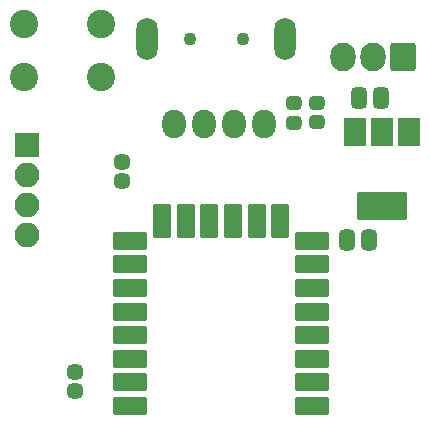
<source format=gbs>
G04 #@! TF.GenerationSoftware,KiCad,Pcbnew,(6.0.0)*
G04 #@! TF.CreationDate,2022-01-08T18:45:48-05:00*
G04 #@! TF.ProjectId,anavi-thermometer,616e6176-692d-4746-9865-726d6f6d6574,rev?*
G04 #@! TF.SameCoordinates,Original*
G04 #@! TF.FileFunction,Soldermask,Bot*
G04 #@! TF.FilePolarity,Negative*
%FSLAX46Y46*%
G04 Gerber Fmt 4.6, Leading zero omitted, Abs format (unit mm)*
G04 Created by KiCad (PCBNEW (6.0.0)) date 2022-01-08 18:45:48*
%MOMM*%
%LPD*%
G01*
G04 APERTURE LIST*
G04 Aperture macros list*
%AMRoundRect*
0 Rectangle with rounded corners*
0 $1 Rounding radius*
0 $2 $3 $4 $5 $6 $7 $8 $9 X,Y pos of 4 corners*
0 Add a 4 corners polygon primitive as box body*
4,1,4,$2,$3,$4,$5,$6,$7,$8,$9,$2,$3,0*
0 Add four circle primitives for the rounded corners*
1,1,$1+$1,$2,$3*
1,1,$1+$1,$4,$5*
1,1,$1+$1,$6,$7*
1,1,$1+$1,$8,$9*
0 Add four rect primitives between the rounded corners*
20,1,$1+$1,$2,$3,$4,$5,0*
20,1,$1+$1,$4,$5,$6,$7,0*
20,1,$1+$1,$6,$7,$8,$9,0*
20,1,$1+$1,$8,$9,$2,$3,0*%
G04 Aperture macros list end*
%ADD10C,2.400000*%
%ADD11RoundRect,0.200000X-0.863600X1.016000X-0.863600X-1.016000X0.863600X-1.016000X0.863600X1.016000X0*%
%ADD12O,2.127200X2.432000*%
%ADD13RoundRect,0.200000X-0.850000X-0.850000X0.850000X-0.850000X0.850000X0.850000X-0.850000X0.850000X0*%
%ADD14O,2.100000X2.100000*%
%ADD15O,2.000000X2.400000*%
%ADD16C,1.100000*%
%ADD17O,1.800000X3.600000*%
%ADD18RoundRect,0.450000X0.250000X0.475000X-0.250000X0.475000X-0.250000X-0.475000X0.250000X-0.475000X0*%
%ADD19RoundRect,0.418750X0.256250X-0.218750X0.256250X0.218750X-0.256250X0.218750X-0.256250X-0.218750X0*%
%ADD20RoundRect,0.418750X-0.256250X0.218750X-0.256250X-0.218750X0.256250X-0.218750X0.256250X0.218750X0*%
%ADD21RoundRect,0.200000X-0.750000X1.000000X-0.750000X-1.000000X0.750000X-1.000000X0.750000X1.000000X0*%
%ADD22RoundRect,0.200000X-1.900000X1.000000X-1.900000X-1.000000X1.900000X-1.000000X1.900000X1.000000X0*%
%ADD23RoundRect,0.443750X0.243750X0.456250X-0.243750X0.456250X-0.243750X-0.456250X0.243750X-0.456250X0*%
%ADD24RoundRect,0.200000X-1.250000X-0.550000X1.250000X-0.550000X1.250000X0.550000X-1.250000X0.550000X0*%
%ADD25RoundRect,0.200000X-0.550000X1.250000X-0.550000X-1.250000X0.550000X-1.250000X0.550000X1.250000X0*%
%ADD26RoundRect,0.400000X-0.275000X0.200000X-0.275000X-0.200000X0.275000X-0.200000X0.275000X0.200000X0*%
G04 APERTURE END LIST*
D10*
X130250000Y-78750000D03*
X123750000Y-78750000D03*
X130250000Y-83250000D03*
X123750000Y-83250000D03*
D11*
X155783676Y-81563234D03*
D12*
X153243676Y-81563234D03*
X150703676Y-81563234D03*
D13*
X124000000Y-89000000D03*
D14*
X124000000Y-91540000D03*
X124000000Y-94080000D03*
X124000000Y-96620000D03*
D15*
X136380000Y-87199373D03*
X138920000Y-87199373D03*
X141460000Y-87199373D03*
X144000000Y-87199373D03*
D16*
X137750000Y-80000000D03*
X142250000Y-80000000D03*
D17*
X145850000Y-80000000D03*
X134150000Y-80000000D03*
D18*
X153950000Y-85000000D03*
X152050000Y-85000000D03*
D19*
X128000000Y-109787500D03*
X128000000Y-108212500D03*
D20*
X132000000Y-90425000D03*
X132000000Y-92000000D03*
D21*
X151700000Y-87850000D03*
X154000000Y-87850000D03*
X156300000Y-87850000D03*
D22*
X154000000Y-94150000D03*
D23*
X152937500Y-97000000D03*
X151062500Y-97000000D03*
D24*
X132725340Y-111087500D03*
X132725340Y-109087500D03*
X132725340Y-107087500D03*
X132725340Y-105087500D03*
X132725340Y-103087500D03*
X132725340Y-101087500D03*
X132725340Y-99087500D03*
X132725340Y-97087500D03*
X148125340Y-97087500D03*
X148125340Y-99087500D03*
X148125340Y-101087500D03*
X148125340Y-103087500D03*
X148125340Y-105087500D03*
X148125340Y-107087500D03*
X148125340Y-109087500D03*
X148125340Y-111087500D03*
D25*
X135415340Y-95387500D03*
X137415340Y-95387500D03*
X139415340Y-95387500D03*
X141415340Y-95387500D03*
X143415340Y-95387500D03*
X145415340Y-95387500D03*
D26*
X146556323Y-85438213D03*
X146556323Y-87088213D03*
X148515750Y-85425933D03*
X148515750Y-87075933D03*
M02*

</source>
